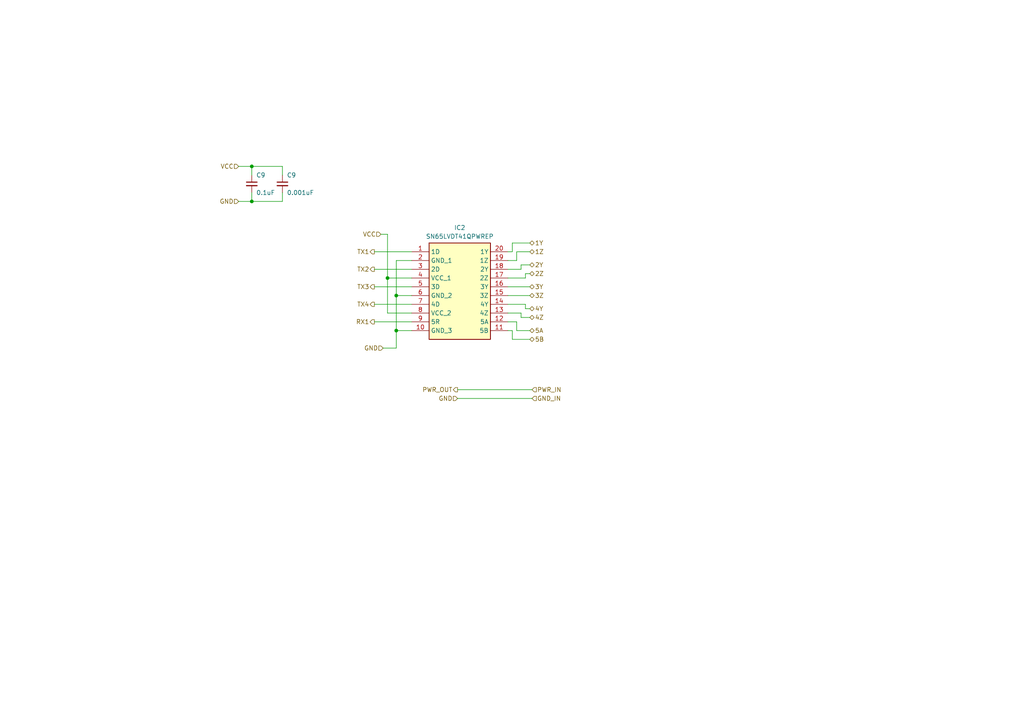
<source format=kicad_sch>
(kicad_sch (version 20230121) (generator eeschema)

  (uuid 755f1da5-2687-4e45-bf2e-2de485d92ba3)

  (paper "A4")

  (lib_symbols
    (symbol "Device:C_Small" (pin_numbers hide) (pin_names (offset 0.254) hide) (in_bom yes) (on_board yes)
      (property "Reference" "C" (at 0.254 1.778 0)
        (effects (font (size 1.27 1.27)) (justify left))
      )
      (property "Value" "C_Small" (at 0.254 -2.032 0)
        (effects (font (size 1.27 1.27)) (justify left))
      )
      (property "Footprint" "" (at 0 0 0)
        (effects (font (size 1.27 1.27)) hide)
      )
      (property "Datasheet" "~" (at 0 0 0)
        (effects (font (size 1.27 1.27)) hide)
      )
      (property "ki_keywords" "capacitor cap" (at 0 0 0)
        (effects (font (size 1.27 1.27)) hide)
      )
      (property "ki_description" "Unpolarized capacitor, small symbol" (at 0 0 0)
        (effects (font (size 1.27 1.27)) hide)
      )
      (property "ki_fp_filters" "C_*" (at 0 0 0)
        (effects (font (size 1.27 1.27)) hide)
      )
      (symbol "C_Small_0_1"
        (polyline
          (pts
            (xy -1.524 -0.508)
            (xy 1.524 -0.508)
          )
          (stroke (width 0.3302) (type default))
          (fill (type none))
        )
        (polyline
          (pts
            (xy -1.524 0.508)
            (xy 1.524 0.508)
          )
          (stroke (width 0.3048) (type default))
          (fill (type none))
        )
      )
      (symbol "C_Small_1_1"
        (pin passive line (at 0 2.54 270) (length 2.032)
          (name "~" (effects (font (size 1.27 1.27))))
          (number "1" (effects (font (size 1.27 1.27))))
        )
        (pin passive line (at 0 -2.54 90) (length 2.032)
          (name "~" (effects (font (size 1.27 1.27))))
          (number "2" (effects (font (size 1.27 1.27))))
        )
      )
    )
    (symbol "SamacSys_Parts:SN65LVDT41QPWREP" (in_bom yes) (on_board yes)
      (property "Reference" "IC" (at 24.13 7.62 0)
        (effects (font (size 1.27 1.27)) (justify left top))
      )
      (property "Value" "SN65LVDT41QPWREP" (at 24.13 5.08 0)
        (effects (font (size 1.27 1.27)) (justify left top))
      )
      (property "Footprint" "SOP65P640X120-20N" (at 24.13 -94.92 0)
        (effects (font (size 1.27 1.27)) (justify left top) hide)
      )
      (property "Datasheet" "http://www.ti.com/lit/gpn/sn65lvdt41-ep" (at 24.13 -194.92 0)
        (effects (font (size 1.27 1.27)) (justify left top) hide)
      )
      (property "Height" "1.2" (at 24.13 -394.92 0)
        (effects (font (size 1.27 1.27)) (justify left top) hide)
      )
      (property "Manufacturer_Name" "Texas Instruments" (at 24.13 -494.92 0)
        (effects (font (size 1.27 1.27)) (justify left top) hide)
      )
      (property "Manufacturer_Part_Number" "SN65LVDT41QPWREP" (at 24.13 -594.92 0)
        (effects (font (size 1.27 1.27)) (justify left top) hide)
      )
      (property "Mouser Part Number" "595-SN65LVDT41QPWREP" (at 24.13 -694.92 0)
        (effects (font (size 1.27 1.27)) (justify left top) hide)
      )
      (property "Mouser Price/Stock" "https://www.mouser.co.uk/ProductDetail/Texas-Instruments/SN65LVDT41QPWREP?qs=UnBokwpwLz8fhPU1ht%2FjgQ%3D%3D" (at 24.13 -794.92 0)
        (effects (font (size 1.27 1.27)) (justify left top) hide)
      )
      (property "Arrow Part Number" "SN65LVDT41QPWREP" (at 24.13 -894.92 0)
        (effects (font (size 1.27 1.27)) (justify left top) hide)
      )
      (property "Arrow Price/Stock" "https://www.arrow.com/en/products/sn65lvdt41qpwrep/texas-instruments?region=nac" (at 24.13 -994.92 0)
        (effects (font (size 1.27 1.27)) (justify left top) hide)
      )
      (property "ki_description" "Enhanced Product Memorystick(Tm) Interconnect Extender Chipset" (at 0 0 0)
        (effects (font (size 1.27 1.27)) hide)
      )
      (symbol "SN65LVDT41QPWREP_1_1"
        (rectangle (start 5.08 2.54) (end 22.86 -25.4)
          (stroke (width 0.254) (type default))
          (fill (type background))
        )
        (pin passive line (at 0 0 0) (length 5.08)
          (name "1D" (effects (font (size 1.27 1.27))))
          (number "1" (effects (font (size 1.27 1.27))))
        )
        (pin passive line (at 0 -22.86 0) (length 5.08)
          (name "GND_3" (effects (font (size 1.27 1.27))))
          (number "10" (effects (font (size 1.27 1.27))))
        )
        (pin passive line (at 27.94 -22.86 180) (length 5.08)
          (name "5B" (effects (font (size 1.27 1.27))))
          (number "11" (effects (font (size 1.27 1.27))))
        )
        (pin passive line (at 27.94 -20.32 180) (length 5.08)
          (name "5A" (effects (font (size 1.27 1.27))))
          (number "12" (effects (font (size 1.27 1.27))))
        )
        (pin passive line (at 27.94 -17.78 180) (length 5.08)
          (name "4Z" (effects (font (size 1.27 1.27))))
          (number "13" (effects (font (size 1.27 1.27))))
        )
        (pin passive line (at 27.94 -15.24 180) (length 5.08)
          (name "4Y" (effects (font (size 1.27 1.27))))
          (number "14" (effects (font (size 1.27 1.27))))
        )
        (pin passive line (at 27.94 -12.7 180) (length 5.08)
          (name "3Z" (effects (font (size 1.27 1.27))))
          (number "15" (effects (font (size 1.27 1.27))))
        )
        (pin passive line (at 27.94 -10.16 180) (length 5.08)
          (name "3Y" (effects (font (size 1.27 1.27))))
          (number "16" (effects (font (size 1.27 1.27))))
        )
        (pin passive line (at 27.94 -7.62 180) (length 5.08)
          (name "2Z" (effects (font (size 1.27 1.27))))
          (number "17" (effects (font (size 1.27 1.27))))
        )
        (pin passive line (at 27.94 -5.08 180) (length 5.08)
          (name "2Y" (effects (font (size 1.27 1.27))))
          (number "18" (effects (font (size 1.27 1.27))))
        )
        (pin passive line (at 27.94 -2.54 180) (length 5.08)
          (name "1Z" (effects (font (size 1.27 1.27))))
          (number "19" (effects (font (size 1.27 1.27))))
        )
        (pin passive line (at 0 -2.54 0) (length 5.08)
          (name "GND_1" (effects (font (size 1.27 1.27))))
          (number "2" (effects (font (size 1.27 1.27))))
        )
        (pin passive line (at 27.94 0 180) (length 5.08)
          (name "1Y" (effects (font (size 1.27 1.27))))
          (number "20" (effects (font (size 1.27 1.27))))
        )
        (pin passive line (at 0 -5.08 0) (length 5.08)
          (name "2D" (effects (font (size 1.27 1.27))))
          (number "3" (effects (font (size 1.27 1.27))))
        )
        (pin passive line (at 0 -7.62 0) (length 5.08)
          (name "VCC_1" (effects (font (size 1.27 1.27))))
          (number "4" (effects (font (size 1.27 1.27))))
        )
        (pin passive line (at 0 -10.16 0) (length 5.08)
          (name "3D" (effects (font (size 1.27 1.27))))
          (number "5" (effects (font (size 1.27 1.27))))
        )
        (pin passive line (at 0 -12.7 0) (length 5.08)
          (name "GND_2" (effects (font (size 1.27 1.27))))
          (number "6" (effects (font (size 1.27 1.27))))
        )
        (pin passive line (at 0 -15.24 0) (length 5.08)
          (name "4D" (effects (font (size 1.27 1.27))))
          (number "7" (effects (font (size 1.27 1.27))))
        )
        (pin passive line (at 0 -17.78 0) (length 5.08)
          (name "VCC_2" (effects (font (size 1.27 1.27))))
          (number "8" (effects (font (size 1.27 1.27))))
        )
        (pin passive line (at 0 -20.32 0) (length 5.08)
          (name "5R" (effects (font (size 1.27 1.27))))
          (number "9" (effects (font (size 1.27 1.27))))
        )
      )
    )
  )

  (junction (at 114.935 95.885) (diameter 0) (color 0 0 0 0)
    (uuid 26d8784a-a2cd-4105-a83f-8ee766703b4b)
  )
  (junction (at 112.395 80.645) (diameter 0) (color 0 0 0 0)
    (uuid 545ca40f-f918-479f-96f5-06f3b8bc642b)
  )
  (junction (at 73.025 48.26) (diameter 0) (color 0 0 0 0)
    (uuid 5ad5cdf3-9b7e-4585-9bb0-e9ff27eaa488)
  )
  (junction (at 114.935 85.725) (diameter 0) (color 0 0 0 0)
    (uuid 8294601c-e87f-483b-933b-a5f8b6211dee)
  )
  (junction (at 73.025 58.42) (diameter 0) (color 0 0 0 0)
    (uuid ec643b55-5ea1-4320-93bf-1a4c98f551bb)
  )

  (wire (pts (xy 147.32 93.345) (xy 149.86 93.345))
    (stroke (width 0) (type default))
    (uuid 03410dbf-0d5e-459e-be96-a0b5ae418afa)
  )
  (wire (pts (xy 73.025 58.42) (xy 69.215 58.42))
    (stroke (width 0) (type default))
    (uuid 03c01b2a-61e2-4506-a072-6fe4633d85f1)
  )
  (wire (pts (xy 152.4 88.265) (xy 152.4 89.535))
    (stroke (width 0) (type default))
    (uuid 0804f22a-64ef-45d7-9d25-ab7b9e5b4cad)
  )
  (wire (pts (xy 112.395 80.645) (xy 112.395 90.805))
    (stroke (width 0) (type default))
    (uuid 0ba7811d-fdc0-43f5-a872-04b1bff9807c)
  )
  (wire (pts (xy 69.215 48.26) (xy 73.025 48.26))
    (stroke (width 0) (type default))
    (uuid 1276d62d-ed9a-4fdb-806c-e6189fc99735)
  )
  (wire (pts (xy 152.4 80.645) (xy 152.4 79.375))
    (stroke (width 0) (type default))
    (uuid 1d5a29f9-7938-4e2b-993d-6c282dd0ddc6)
  )
  (wire (pts (xy 81.915 50.8) (xy 81.915 48.26))
    (stroke (width 0) (type default))
    (uuid 200c7b0c-d9e2-4260-9640-44b8100a1e83)
  )
  (wire (pts (xy 73.025 55.88) (xy 73.025 58.42))
    (stroke (width 0) (type default))
    (uuid 2209b739-196a-4c19-b1d5-85facc8b1e33)
  )
  (wire (pts (xy 112.395 67.945) (xy 112.395 80.645))
    (stroke (width 0) (type default))
    (uuid 234daf50-1edf-4463-b7f5-01e08623cd5e)
  )
  (wire (pts (xy 114.935 75.565) (xy 119.38 75.565))
    (stroke (width 0) (type default))
    (uuid 2cb37993-4492-4c0f-bbe0-5b2d737e1896)
  )
  (wire (pts (xy 114.935 95.885) (xy 119.38 95.885))
    (stroke (width 0) (type default))
    (uuid 2f6aef1d-f437-4d37-b491-f492cc0fcb96)
  )
  (wire (pts (xy 152.4 79.375) (xy 153.67 79.375))
    (stroke (width 0) (type default))
    (uuid 39e99a40-4443-4340-aa7b-d39be0114573)
  )
  (wire (pts (xy 81.915 48.26) (xy 73.025 48.26))
    (stroke (width 0) (type default))
    (uuid 4322820f-6a96-4d4f-a075-8d4a34d86901)
  )
  (wire (pts (xy 132.715 115.57) (xy 154.305 115.57))
    (stroke (width 0) (type default))
    (uuid 500c816a-8c29-45a8-801f-6b2834c416c5)
  )
  (wire (pts (xy 147.32 90.805) (xy 151.13 90.805))
    (stroke (width 0) (type default))
    (uuid 55a64604-2336-4048-91ff-96aeeb909c42)
  )
  (wire (pts (xy 114.935 100.965) (xy 114.935 95.885))
    (stroke (width 0) (type default))
    (uuid 5609a2c7-9f4f-4936-b92b-d42e0e3dd001)
  )
  (wire (pts (xy 149.86 73.025) (xy 153.67 73.025))
    (stroke (width 0) (type default))
    (uuid 5fac5b2f-93a8-4a3a-8935-1abbb9142c42)
  )
  (wire (pts (xy 151.13 78.105) (xy 151.13 76.835))
    (stroke (width 0) (type default))
    (uuid 616bacc8-86a6-4183-b918-957e25ce901f)
  )
  (wire (pts (xy 132.715 113.03) (xy 154.305 113.03))
    (stroke (width 0) (type default))
    (uuid 6bf05c32-b6ba-4080-a60f-2be8afc2cd2c)
  )
  (wire (pts (xy 114.935 85.725) (xy 119.38 85.725))
    (stroke (width 0) (type default))
    (uuid 6cd3e794-aade-4b0f-9211-07145a990b9b)
  )
  (wire (pts (xy 147.32 85.725) (xy 153.67 85.725))
    (stroke (width 0) (type default))
    (uuid 7b57f8c0-73ef-4a42-bf34-cc64f3fee97a)
  )
  (wire (pts (xy 147.32 73.025) (xy 148.59 73.025))
    (stroke (width 0) (type default))
    (uuid 7b92697f-2381-4809-adfb-2c0f76840f25)
  )
  (wire (pts (xy 108.585 93.345) (xy 119.38 93.345))
    (stroke (width 0) (type default))
    (uuid 7e1b0e76-abb8-428d-a7f9-2372090ccd55)
  )
  (wire (pts (xy 112.395 90.805) (xy 119.38 90.805))
    (stroke (width 0) (type default))
    (uuid 8358a8b3-9432-4a03-9e6a-f3f6fca30a14)
  )
  (wire (pts (xy 114.935 85.725) (xy 114.935 75.565))
    (stroke (width 0) (type default))
    (uuid 858d581a-15a9-49fa-9a42-cab26f810ab0)
  )
  (wire (pts (xy 108.585 88.265) (xy 119.38 88.265))
    (stroke (width 0) (type default))
    (uuid 89fa0a20-83e6-404e-80c1-d213b586798b)
  )
  (wire (pts (xy 147.32 95.885) (xy 148.59 95.885))
    (stroke (width 0) (type default))
    (uuid 8f3e0bc5-98ee-4699-998d-5a598565a1f3)
  )
  (wire (pts (xy 73.025 48.26) (xy 73.025 50.8))
    (stroke (width 0) (type default))
    (uuid 905bf2c7-b2c0-4b9d-b938-de7e47159658)
  )
  (wire (pts (xy 151.13 76.835) (xy 153.67 76.835))
    (stroke (width 0) (type default))
    (uuid 933ea864-1585-4844-a165-063cac50bbd5)
  )
  (wire (pts (xy 81.915 58.42) (xy 73.025 58.42))
    (stroke (width 0) (type default))
    (uuid 9c82feed-c2e1-444c-9c85-1ea4669ae647)
  )
  (wire (pts (xy 147.32 83.185) (xy 153.67 83.185))
    (stroke (width 0) (type default))
    (uuid 9ff0a177-0d33-4491-8e12-33a4c1d6263e)
  )
  (wire (pts (xy 108.585 78.105) (xy 119.38 78.105))
    (stroke (width 0) (type default))
    (uuid a4dc5dbc-7d58-4773-a35b-7b6c191abf79)
  )
  (wire (pts (xy 148.59 70.485) (xy 153.67 70.485))
    (stroke (width 0) (type default))
    (uuid a52cd48e-930d-4375-a6d9-a582e1d5f24b)
  )
  (wire (pts (xy 151.13 92.075) (xy 153.67 92.075))
    (stroke (width 0) (type default))
    (uuid a58bbff5-e707-4a3f-a10c-825d641f2a29)
  )
  (wire (pts (xy 149.86 75.565) (xy 149.86 73.025))
    (stroke (width 0) (type default))
    (uuid a61452ed-6771-4dac-99b7-b2ee3cc983bb)
  )
  (wire (pts (xy 147.32 78.105) (xy 151.13 78.105))
    (stroke (width 0) (type default))
    (uuid ac05fb6f-c385-4f47-a0d5-3eb71f7e306a)
  )
  (wire (pts (xy 151.13 90.805) (xy 151.13 92.075))
    (stroke (width 0) (type default))
    (uuid ac76c56c-bd13-4a83-8771-63d50e690368)
  )
  (wire (pts (xy 148.59 98.425) (xy 153.67 98.425))
    (stroke (width 0) (type default))
    (uuid ae3c7550-8638-4c9b-8a31-ea4f15c96140)
  )
  (wire (pts (xy 108.585 73.025) (xy 119.38 73.025))
    (stroke (width 0) (type default))
    (uuid b55e188a-4aaf-49a5-b407-7be902dc3496)
  )
  (wire (pts (xy 114.935 95.885) (xy 114.935 85.725))
    (stroke (width 0) (type default))
    (uuid c1b61552-712c-4a49-b4b6-1c5bb05deb38)
  )
  (wire (pts (xy 148.59 95.885) (xy 148.59 98.425))
    (stroke (width 0) (type default))
    (uuid c60d3bd2-fbb5-4c38-a9c7-27d6201bbdda)
  )
  (wire (pts (xy 147.32 88.265) (xy 152.4 88.265))
    (stroke (width 0) (type default))
    (uuid d0c84063-c88d-4b2a-a214-685eec82f8c1)
  )
  (wire (pts (xy 108.585 83.185) (xy 119.38 83.185))
    (stroke (width 0) (type default))
    (uuid d381508a-6806-4d67-9f72-664bf06398ad)
  )
  (wire (pts (xy 148.59 73.025) (xy 148.59 70.485))
    (stroke (width 0) (type default))
    (uuid d79be58b-82eb-41a7-b43b-731b7cc5bce9)
  )
  (wire (pts (xy 81.915 55.88) (xy 81.915 58.42))
    (stroke (width 0) (type default))
    (uuid dca16cee-33c3-432a-b605-e962463df9dd)
  )
  (wire (pts (xy 149.86 93.345) (xy 149.86 95.885))
    (stroke (width 0) (type default))
    (uuid dead9613-08a0-4715-8456-974120d8bff9)
  )
  (wire (pts (xy 149.86 95.885) (xy 153.67 95.885))
    (stroke (width 0) (type default))
    (uuid ecf18bc1-70c8-4418-aab6-e0f303d372d9)
  )
  (wire (pts (xy 147.32 75.565) (xy 149.86 75.565))
    (stroke (width 0) (type default))
    (uuid ee0e9d3a-f4b7-48cc-abc3-ca5d2e0a9310)
  )
  (wire (pts (xy 111.125 100.965) (xy 114.935 100.965))
    (stroke (width 0) (type default))
    (uuid f11f13fa-8805-4f39-b185-147a60cee484)
  )
  (wire (pts (xy 110.49 67.945) (xy 112.395 67.945))
    (stroke (width 0) (type default))
    (uuid f1f5f78d-e526-4625-8d48-41fd849b0e90)
  )
  (wire (pts (xy 147.32 80.645) (xy 152.4 80.645))
    (stroke (width 0) (type default))
    (uuid f9440495-9e23-49cb-9de7-0d8f06049433)
  )
  (wire (pts (xy 112.395 80.645) (xy 119.38 80.645))
    (stroke (width 0) (type default))
    (uuid fe4b0173-ea4d-4e1c-9231-e08b6318ca01)
  )
  (wire (pts (xy 152.4 89.535) (xy 153.67 89.535))
    (stroke (width 0) (type default))
    (uuid feae5f4d-25e5-4766-831d-d5b5f9577316)
  )

  (hierarchical_label "4Y" (shape bidirectional) (at 153.67 89.535 0) (fields_autoplaced)
    (effects (font (size 1.27 1.27)) (justify left))
    (uuid 04e9a4ba-2af4-40ad-843e-2afbd74ba3d3)
  )
  (hierarchical_label "GND" (shape input) (at 132.715 115.57 180) (fields_autoplaced)
    (effects (font (size 1.27 1.27)) (justify right))
    (uuid 18f8d3d4-b0e2-4cda-84cf-2ad7cc936831)
  )
  (hierarchical_label "4Z" (shape bidirectional) (at 153.67 92.075 0) (fields_autoplaced)
    (effects (font (size 1.27 1.27)) (justify left))
    (uuid 1d6383a3-9ff9-4514-bfef-46941851da61)
  )
  (hierarchical_label "5A" (shape bidirectional) (at 153.67 95.885 0) (fields_autoplaced)
    (effects (font (size 1.27 1.27)) (justify left))
    (uuid 26f89266-8fef-4896-aa0d-6770b1bb429a)
  )
  (hierarchical_label "GND_IN" (shape input) (at 154.305 115.57 0) (fields_autoplaced)
    (effects (font (size 1.27 1.27)) (justify left))
    (uuid 362aebb2-6162-4e50-bf26-9006897d7bb7)
  )
  (hierarchical_label "TX4" (shape output) (at 108.585 88.265 180) (fields_autoplaced)
    (effects (font (size 1.27 1.27)) (justify right))
    (uuid 4b4b17aa-d8c0-49ea-bb31-1456d6bba327)
  )
  (hierarchical_label "TX1" (shape output) (at 108.585 73.025 180) (fields_autoplaced)
    (effects (font (size 1.27 1.27)) (justify right))
    (uuid 4f780508-79f9-4bb2-8573-a2d6cf8806c4)
  )
  (hierarchical_label "RX1" (shape output) (at 108.585 93.345 180) (fields_autoplaced)
    (effects (font (size 1.27 1.27)) (justify right))
    (uuid 5b273680-1cad-491f-906b-5600736d40d2)
  )
  (hierarchical_label "GND" (shape input) (at 69.215 58.42 180) (fields_autoplaced)
    (effects (font (size 1.27 1.27)) (justify right))
    (uuid 6862b6d9-7d58-4b13-919a-cfb9cfa800f2)
  )
  (hierarchical_label "1Y" (shape bidirectional) (at 153.67 70.485 0) (fields_autoplaced)
    (effects (font (size 1.27 1.27)) (justify left))
    (uuid 69d0126e-82a7-492d-993f-5df3188d544a)
  )
  (hierarchical_label "5B" (shape bidirectional) (at 153.67 98.425 0) (fields_autoplaced)
    (effects (font (size 1.27 1.27)) (justify left))
    (uuid 6c6069cc-8b76-411f-88f1-f514cb786763)
  )
  (hierarchical_label "2Y" (shape bidirectional) (at 153.67 76.835 0) (fields_autoplaced)
    (effects (font (size 1.27 1.27)) (justify left))
    (uuid 83f31b21-ad45-49cd-9fba-2a501c97156e)
  )
  (hierarchical_label "3Z" (shape bidirectional) (at 153.67 85.725 0) (fields_autoplaced)
    (effects (font (size 1.27 1.27)) (justify left))
    (uuid 8e4654a5-f83a-4098-be03-2cd816c85616)
  )
  (hierarchical_label "TX2" (shape output) (at 108.585 78.105 180) (fields_autoplaced)
    (effects (font (size 1.27 1.27)) (justify right))
    (uuid 94c27886-58fd-409c-8a3e-b4b2569ee319)
  )
  (hierarchical_label "PWR_OUT" (shape output) (at 132.715 113.03 180) (fields_autoplaced)
    (effects (font (size 1.27 1.27)) (justify right))
    (uuid 976e58b1-3c35-46d5-8eef-d9a61a990039)
  )
  (hierarchical_label "1Z" (shape bidirectional) (at 153.67 73.025 0) (fields_autoplaced)
    (effects (font (size 1.27 1.27)) (justify left))
    (uuid 99076ba4-6eaf-45e8-9ec5-449fdded179a)
  )
  (hierarchical_label "GND" (shape input) (at 111.125 100.965 180) (fields_autoplaced)
    (effects (font (size 1.27 1.27)) (justify right))
    (uuid 9a50bfb3-7dc3-46ef-8e3e-81d25403c387)
  )
  (hierarchical_label "VCC" (shape input) (at 69.215 48.26 180) (fields_autoplaced)
    (effects (font (size 1.27 1.27)) (justify right))
    (uuid a6de9cb5-b9b5-4461-ae41-cfc0ac640ade)
  )
  (hierarchical_label "PWR_IN" (shape input) (at 154.305 113.03 0) (fields_autoplaced)
    (effects (font (size 1.27 1.27)) (justify left))
    (uuid a77ebf03-5b33-4ed9-b012-aec447d5e0fc)
  )
  (hierarchical_label "3Y" (shape bidirectional) (at 153.67 83.185 0) (fields_autoplaced)
    (effects (font (size 1.27 1.27)) (justify left))
    (uuid afb2b929-c9e6-4335-a618-96ff75eb802a)
  )
  (hierarchical_label "VCC" (shape input) (at 110.49 67.945 180) (fields_autoplaced)
    (effects (font (size 1.27 1.27)) (justify right))
    (uuid c2ea6623-fedf-4720-819a-bd97b2fd0533)
  )
  (hierarchical_label "TX3" (shape output) (at 108.585 83.185 180) (fields_autoplaced)
    (effects (font (size 1.27 1.27)) (justify right))
    (uuid e3ce5c82-51dd-47d8-8913-1ecf4766a39d)
  )
  (hierarchical_label "2Z" (shape bidirectional) (at 153.67 79.375 0) (fields_autoplaced)
    (effects (font (size 1.27 1.27)) (justify left))
    (uuid fc0b309b-b99a-4ee5-a9c3-9401559c5e94)
  )

  (symbol (lib_id "Device:C_Small") (at 81.915 53.34 0) (unit 1)
    (in_bom yes) (on_board yes) (dnp no)
    (uuid 4f2808b4-85b4-43f6-bfac-a6b4edade8d5)
    (property "Reference" "C9" (at 83.185 50.8 0)
      (effects (font (size 1.27 1.27)) (justify left))
    )
    (property "Value" "0.001uF" (at 83.185 55.88 0)
      (effects (font (size 1.27 1.27)) (justify left))
    )
    (property "Footprint" "Capacitor_SMD:C_0402_1005Metric" (at 81.915 53.34 0)
      (effects (font (size 1.27 1.27)) hide)
    )
    (property "Datasheet" "~" (at 81.915 53.34 0)
      (effects (font (size 1.27 1.27)) hide)
    )
    (pin "1" (uuid 8a83a5f6-f5c1-4b71-9ed9-9716519dc0a1))
    (pin "2" (uuid d6a06d9b-e13f-4842-894d-8062253ded76))
    (instances
      (project "CSM Proto V3.0"
        (path "/4fc0c42c-82a9-4869-97ae-781efb00aa61/179db2ae-efc0-49af-a990-14e5a14c1327"
          (reference "C9") (unit 1)
        )
        (path "/4fc0c42c-82a9-4869-97ae-781efb00aa61/deed70f9-c542-4c5a-9248-62119402dc7f"
          (reference "C51") (unit 1)
        )
      )
      (project "CSM Proto V4.1"
        (path "/6e4c8169-0e8d-46c5-8994-af1e1b451c73/748790e8-ccdc-48c6-9c26-d540a2809f67"
          (reference "C34") (unit 1)
        )
      )
      (project "sensor head test rig"
        (path "/bde774cb-3387-4e7e-9d4e-e526a502bc45/7471ed32-b377-4bad-b6a3-c57214f34bb2"
          (reference "C17") (unit 1)
        )
      )
    )
  )

  (symbol (lib_id "SamacSys_Parts:SN65LVDT41QPWREP") (at 119.38 73.025 0) (unit 1)
    (in_bom yes) (on_board yes) (dnp no) (fields_autoplaced)
    (uuid 8622db39-07ce-4627-9c55-733701b912fc)
    (property "Reference" "IC2" (at 133.35 66.04 0)
      (effects (font (size 1.27 1.27)))
    )
    (property "Value" "SN65LVDT41QPWREP" (at 133.35 68.58 0)
      (effects (font (size 1.27 1.27)))
    )
    (property "Footprint" "SamacSys_Parts:SOP65P640X120-20N" (at 143.51 167.945 0)
      (effects (font (size 1.27 1.27)) (justify left top) hide)
    )
    (property "Datasheet" "http://www.ti.com/lit/gpn/sn65lvdt41-ep" (at 143.51 267.945 0)
      (effects (font (size 1.27 1.27)) (justify left top) hide)
    )
    (property "Height" "1.2" (at 143.51 467.945 0)
      (effects (font (size 1.27 1.27)) (justify left top) hide)
    )
    (property "Manufacturer_Name" "Texas Instruments" (at 143.51 567.945 0)
      (effects (font (size 1.27 1.27)) (justify left top) hide)
    )
    (property "Manufacturer_Part_Number" "SN65LVDT41QPWREP" (at 143.51 667.945 0)
      (effects (font (size 1.27 1.27)) (justify left top) hide)
    )
    (property "Mouser Part Number" "595-SN65LVDT41QPWREP" (at 143.51 767.945 0)
      (effects (font (size 1.27 1.27)) (justify left top) hide)
    )
    (property "Mouser Price/Stock" "https://www.mouser.co.uk/ProductDetail/Texas-Instruments/SN65LVDT41QPWREP?qs=UnBokwpwLz8fhPU1ht%2FjgQ%3D%3D" (at 143.51 867.945 0)
      (effects (font (size 1.27 1.27)) (justify left top) hide)
    )
    (property "Arrow Part Number" "SN65LVDT41QPWREP" (at 143.51 967.945 0)
      (effects (font (size 1.27 1.27)) (justify left top) hide)
    )
    (property "Arrow Price/Stock" "https://www.arrow.com/en/products/sn65lvdt41qpwrep/texas-instruments?region=nac" (at 143.51 1067.945 0)
      (effects (font (size 1.27 1.27)) (justify left top) hide)
    )
    (pin "19" (uuid 00ef79e0-b073-48c6-87bb-3d6606ba7a9d))
    (pin "9" (uuid 62b4ba70-e15c-470c-87ec-02fb51169aba))
    (pin "15" (uuid 31473d72-f564-4e4d-98d0-ab0d4befe744))
    (pin "6" (uuid e24bd390-33c8-4209-8503-88bd30a2870c))
    (pin "12" (uuid 3aca921d-6108-4a35-8e40-7045131d9059))
    (pin "16" (uuid 28f01a39-396f-4962-8dd7-0626699ef4f8))
    (pin "14" (uuid 680092c9-9f05-4344-895d-085796ac8b0b))
    (pin "13" (uuid 768c637e-eb56-41e1-8018-ee269b72f410))
    (pin "4" (uuid a4e14a63-9ddf-4995-a189-ccb007a5c35b))
    (pin "10" (uuid db17421a-1441-419c-9696-52f65a1900d5))
    (pin "7" (uuid 9cf5eeed-e919-4ecc-ba0f-e6d8c11f47ce))
    (pin "3" (uuid 57969e98-6f66-4f9d-b0e7-6d56614cb343))
    (pin "18" (uuid 3bd0c2a0-6863-4f18-9637-58c162cab3c6))
    (pin "20" (uuid 9c179719-90dd-41a9-aba7-421cff282a03))
    (pin "11" (uuid b9ef6641-0a3d-4391-bd86-899fa8c30cab))
    (pin "5" (uuid bacb858a-042d-4caa-a810-b3bc84bfa195))
    (pin "1" (uuid 9b80b2ff-e916-4788-86f5-fff14a335701))
    (pin "17" (uuid 49a7c891-b418-4c61-8e7d-e934e8de42a7))
    (pin "8" (uuid 9080c9d4-490e-4cc4-863a-51717efc28bd))
    (pin "2" (uuid 6be9a42c-1565-42c8-a999-49c0cd5b3d1c))
    (instances
      (project "sensor head test rig"
        (path "/bde774cb-3387-4e7e-9d4e-e526a502bc45/7471ed32-b377-4bad-b6a3-c57214f34bb2"
          (reference "IC2") (unit 1)
        )
      )
    )
  )

  (symbol (lib_id "Device:C_Small") (at 73.025 53.34 0) (unit 1)
    (in_bom yes) (on_board yes) (dnp no)
    (uuid bbd163dd-55c0-433a-8d97-ac12854f7ca3)
    (property "Reference" "C9" (at 74.295 50.8 0)
      (effects (font (size 1.27 1.27)) (justify left))
    )
    (property "Value" "0.1uF" (at 74.295 55.88 0)
      (effects (font (size 1.27 1.27)) (justify left))
    )
    (property "Footprint" "Capacitor_SMD:C_0402_1005Metric" (at 73.025 53.34 0)
      (effects (font (size 1.27 1.27)) hide)
    )
    (property "Datasheet" "~" (at 73.025 53.34 0)
      (effects (font (size 1.27 1.27)) hide)
    )
    (pin "1" (uuid 01df05a4-c553-4e47-a222-e9b2617a1b11))
    (pin "2" (uuid 4e6b692f-ca25-4586-95b8-14a98e5706f3))
    (instances
      (project "CSM Proto V3.0"
        (path "/4fc0c42c-82a9-4869-97ae-781efb00aa61/179db2ae-efc0-49af-a990-14e5a14c1327"
          (reference "C9") (unit 1)
        )
        (path "/4fc0c42c-82a9-4869-97ae-781efb00aa61/deed70f9-c542-4c5a-9248-62119402dc7f"
          (reference "C50") (unit 1)
        )
      )
      (project "CSM Proto V4.1"
        (path "/6e4c8169-0e8d-46c5-8994-af1e1b451c73/748790e8-ccdc-48c6-9c26-d540a2809f67"
          (reference "C33") (unit 1)
        )
      )
      (project "sensor head test rig"
        (path "/bde774cb-3387-4e7e-9d4e-e526a502bc45/7471ed32-b377-4bad-b6a3-c57214f34bb2"
          (reference "C16") (unit 1)
        )
      )
    )
  )
)

</source>
